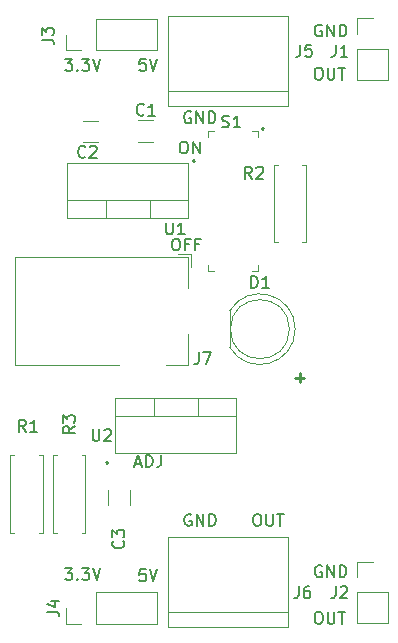
<source format=gto>
%TF.GenerationSoftware,KiCad,Pcbnew,8.0.4*%
%TF.CreationDate,2025-01-30T18:37:50+05:30*%
%TF.ProjectId,Bread_board_power_supply,42726561-645f-4626-9f61-72645f706f77,1*%
%TF.SameCoordinates,Original*%
%TF.FileFunction,Legend,Top*%
%TF.FilePolarity,Positive*%
%FSLAX46Y46*%
G04 Gerber Fmt 4.6, Leading zero omitted, Abs format (unit mm)*
G04 Created by KiCad (PCBNEW 8.0.4) date 2025-01-30 18:37:50*
%MOMM*%
%LPD*%
G01*
G04 APERTURE LIST*
%ADD10C,0.140000*%
%ADD11C,0.250000*%
%ADD12C,0.150000*%
%ADD13C,0.120000*%
%ADD14C,0.100000*%
G04 APERTURE END LIST*
D10*
X85504009Y-65745339D02*
X85694485Y-65745339D01*
X85694485Y-65745339D02*
X85789723Y-65792958D01*
X85789723Y-65792958D02*
X85884961Y-65888196D01*
X85884961Y-65888196D02*
X85932580Y-66078672D01*
X85932580Y-66078672D02*
X85932580Y-66412005D01*
X85932580Y-66412005D02*
X85884961Y-66602481D01*
X85884961Y-66602481D02*
X85789723Y-66697720D01*
X85789723Y-66697720D02*
X85694485Y-66745339D01*
X85694485Y-66745339D02*
X85504009Y-66745339D01*
X85504009Y-66745339D02*
X85408771Y-66697720D01*
X85408771Y-66697720D02*
X85313533Y-66602481D01*
X85313533Y-66602481D02*
X85265914Y-66412005D01*
X85265914Y-66412005D02*
X85265914Y-66078672D01*
X85265914Y-66078672D02*
X85313533Y-65888196D01*
X85313533Y-65888196D02*
X85408771Y-65792958D01*
X85408771Y-65792958D02*
X85504009Y-65745339D01*
X86694485Y-66221529D02*
X86361152Y-66221529D01*
X86361152Y-66745339D02*
X86361152Y-65745339D01*
X86361152Y-65745339D02*
X86837342Y-65745339D01*
X87551628Y-66221529D02*
X87218295Y-66221529D01*
X87218295Y-66745339D02*
X87218295Y-65745339D01*
X87218295Y-65745339D02*
X87694485Y-65745339D01*
X86170676Y-57520339D02*
X86361152Y-57520339D01*
X86361152Y-57520339D02*
X86456390Y-57567958D01*
X86456390Y-57567958D02*
X86551628Y-57663196D01*
X86551628Y-57663196D02*
X86599247Y-57853672D01*
X86599247Y-57853672D02*
X86599247Y-58187005D01*
X86599247Y-58187005D02*
X86551628Y-58377481D01*
X86551628Y-58377481D02*
X86456390Y-58472720D01*
X86456390Y-58472720D02*
X86361152Y-58520339D01*
X86361152Y-58520339D02*
X86170676Y-58520339D01*
X86170676Y-58520339D02*
X86075438Y-58472720D01*
X86075438Y-58472720D02*
X85980200Y-58377481D01*
X85980200Y-58377481D02*
X85932581Y-58187005D01*
X85932581Y-58187005D02*
X85932581Y-57853672D01*
X85932581Y-57853672D02*
X85980200Y-57663196D01*
X85980200Y-57663196D02*
X86075438Y-57567958D01*
X86075438Y-57567958D02*
X86170676Y-57520339D01*
X87027819Y-58520339D02*
X87027819Y-57520339D01*
X87027819Y-57520339D02*
X87599247Y-58520339D01*
X87599247Y-58520339D02*
X87599247Y-57520339D01*
D11*
X92926568Y-56367380D02*
X92974187Y-56415000D01*
X92974187Y-56415000D02*
X92926568Y-56462619D01*
X92926568Y-56462619D02*
X92878949Y-56415000D01*
X92878949Y-56415000D02*
X92926568Y-56367380D01*
X92926568Y-56367380D02*
X92926568Y-56462619D01*
D10*
X76209962Y-93645339D02*
X76829009Y-93645339D01*
X76829009Y-93645339D02*
X76495676Y-94026291D01*
X76495676Y-94026291D02*
X76638533Y-94026291D01*
X76638533Y-94026291D02*
X76733771Y-94073910D01*
X76733771Y-94073910D02*
X76781390Y-94121529D01*
X76781390Y-94121529D02*
X76829009Y-94216767D01*
X76829009Y-94216767D02*
X76829009Y-94454862D01*
X76829009Y-94454862D02*
X76781390Y-94550100D01*
X76781390Y-94550100D02*
X76733771Y-94597720D01*
X76733771Y-94597720D02*
X76638533Y-94645339D01*
X76638533Y-94645339D02*
X76352819Y-94645339D01*
X76352819Y-94645339D02*
X76257581Y-94597720D01*
X76257581Y-94597720D02*
X76209962Y-94550100D01*
X77257581Y-94550100D02*
X77305200Y-94597720D01*
X77305200Y-94597720D02*
X77257581Y-94645339D01*
X77257581Y-94645339D02*
X77209962Y-94597720D01*
X77209962Y-94597720D02*
X77257581Y-94550100D01*
X77257581Y-94550100D02*
X77257581Y-94645339D01*
X77638533Y-93645339D02*
X78257580Y-93645339D01*
X78257580Y-93645339D02*
X77924247Y-94026291D01*
X77924247Y-94026291D02*
X78067104Y-94026291D01*
X78067104Y-94026291D02*
X78162342Y-94073910D01*
X78162342Y-94073910D02*
X78209961Y-94121529D01*
X78209961Y-94121529D02*
X78257580Y-94216767D01*
X78257580Y-94216767D02*
X78257580Y-94454862D01*
X78257580Y-94454862D02*
X78209961Y-94550100D01*
X78209961Y-94550100D02*
X78162342Y-94597720D01*
X78162342Y-94597720D02*
X78067104Y-94645339D01*
X78067104Y-94645339D02*
X77781390Y-94645339D01*
X77781390Y-94645339D02*
X77686152Y-94597720D01*
X77686152Y-94597720D02*
X77638533Y-94550100D01*
X78543295Y-93645339D02*
X78876628Y-94645339D01*
X78876628Y-94645339D02*
X79209961Y-93645339D01*
X83031390Y-93745339D02*
X82555200Y-93745339D01*
X82555200Y-93745339D02*
X82507581Y-94221529D01*
X82507581Y-94221529D02*
X82555200Y-94173910D01*
X82555200Y-94173910D02*
X82650438Y-94126291D01*
X82650438Y-94126291D02*
X82888533Y-94126291D01*
X82888533Y-94126291D02*
X82983771Y-94173910D01*
X82983771Y-94173910D02*
X83031390Y-94221529D01*
X83031390Y-94221529D02*
X83079009Y-94316767D01*
X83079009Y-94316767D02*
X83079009Y-94554862D01*
X83079009Y-94554862D02*
X83031390Y-94650100D01*
X83031390Y-94650100D02*
X82983771Y-94697720D01*
X82983771Y-94697720D02*
X82888533Y-94745339D01*
X82888533Y-94745339D02*
X82650438Y-94745339D01*
X82650438Y-94745339D02*
X82555200Y-94697720D01*
X82555200Y-94697720D02*
X82507581Y-94650100D01*
X83364724Y-93745339D02*
X83698057Y-94745339D01*
X83698057Y-94745339D02*
X84031390Y-93745339D01*
X83031390Y-50520339D02*
X82555200Y-50520339D01*
X82555200Y-50520339D02*
X82507581Y-50996529D01*
X82507581Y-50996529D02*
X82555200Y-50948910D01*
X82555200Y-50948910D02*
X82650438Y-50901291D01*
X82650438Y-50901291D02*
X82888533Y-50901291D01*
X82888533Y-50901291D02*
X82983771Y-50948910D01*
X82983771Y-50948910D02*
X83031390Y-50996529D01*
X83031390Y-50996529D02*
X83079009Y-51091767D01*
X83079009Y-51091767D02*
X83079009Y-51329862D01*
X83079009Y-51329862D02*
X83031390Y-51425100D01*
X83031390Y-51425100D02*
X82983771Y-51472720D01*
X82983771Y-51472720D02*
X82888533Y-51520339D01*
X82888533Y-51520339D02*
X82650438Y-51520339D01*
X82650438Y-51520339D02*
X82555200Y-51472720D01*
X82555200Y-51472720D02*
X82507581Y-51425100D01*
X83364724Y-50520339D02*
X83698057Y-51520339D01*
X83698057Y-51520339D02*
X84031390Y-50520339D01*
X76209962Y-50520339D02*
X76829009Y-50520339D01*
X76829009Y-50520339D02*
X76495676Y-50901291D01*
X76495676Y-50901291D02*
X76638533Y-50901291D01*
X76638533Y-50901291D02*
X76733771Y-50948910D01*
X76733771Y-50948910D02*
X76781390Y-50996529D01*
X76781390Y-50996529D02*
X76829009Y-51091767D01*
X76829009Y-51091767D02*
X76829009Y-51329862D01*
X76829009Y-51329862D02*
X76781390Y-51425100D01*
X76781390Y-51425100D02*
X76733771Y-51472720D01*
X76733771Y-51472720D02*
X76638533Y-51520339D01*
X76638533Y-51520339D02*
X76352819Y-51520339D01*
X76352819Y-51520339D02*
X76257581Y-51472720D01*
X76257581Y-51472720D02*
X76209962Y-51425100D01*
X77257581Y-51425100D02*
X77305200Y-51472720D01*
X77305200Y-51472720D02*
X77257581Y-51520339D01*
X77257581Y-51520339D02*
X77209962Y-51472720D01*
X77209962Y-51472720D02*
X77257581Y-51425100D01*
X77257581Y-51425100D02*
X77257581Y-51520339D01*
X77638533Y-50520339D02*
X78257580Y-50520339D01*
X78257580Y-50520339D02*
X77924247Y-50901291D01*
X77924247Y-50901291D02*
X78067104Y-50901291D01*
X78067104Y-50901291D02*
X78162342Y-50948910D01*
X78162342Y-50948910D02*
X78209961Y-50996529D01*
X78209961Y-50996529D02*
X78257580Y-51091767D01*
X78257580Y-51091767D02*
X78257580Y-51329862D01*
X78257580Y-51329862D02*
X78209961Y-51425100D01*
X78209961Y-51425100D02*
X78162342Y-51472720D01*
X78162342Y-51472720D02*
X78067104Y-51520339D01*
X78067104Y-51520339D02*
X77781390Y-51520339D01*
X77781390Y-51520339D02*
X77686152Y-51472720D01*
X77686152Y-51472720D02*
X77638533Y-51425100D01*
X78543295Y-50520339D02*
X78876628Y-51520339D01*
X78876628Y-51520339D02*
X79209961Y-50520339D01*
D11*
X95702568Y-77533666D02*
X96464473Y-77533666D01*
X96083520Y-77914619D02*
X96083520Y-77152714D01*
X87056568Y-59104380D02*
X87104187Y-59152000D01*
X87104187Y-59152000D02*
X87056568Y-59199619D01*
X87056568Y-59199619D02*
X87008949Y-59152000D01*
X87008949Y-59152000D02*
X87056568Y-59104380D01*
X87056568Y-59104380D02*
X87056568Y-59199619D01*
X79727568Y-84644380D02*
X79775187Y-84692000D01*
X79775187Y-84692000D02*
X79727568Y-84739619D01*
X79727568Y-84739619D02*
X79679949Y-84692000D01*
X79679949Y-84692000D02*
X79727568Y-84644380D01*
X79727568Y-84644380D02*
X79727568Y-84739619D01*
D10*
X92395676Y-89070339D02*
X92586152Y-89070339D01*
X92586152Y-89070339D02*
X92681390Y-89117958D01*
X92681390Y-89117958D02*
X92776628Y-89213196D01*
X92776628Y-89213196D02*
X92824247Y-89403672D01*
X92824247Y-89403672D02*
X92824247Y-89737005D01*
X92824247Y-89737005D02*
X92776628Y-89927481D01*
X92776628Y-89927481D02*
X92681390Y-90022720D01*
X92681390Y-90022720D02*
X92586152Y-90070339D01*
X92586152Y-90070339D02*
X92395676Y-90070339D01*
X92395676Y-90070339D02*
X92300438Y-90022720D01*
X92300438Y-90022720D02*
X92205200Y-89927481D01*
X92205200Y-89927481D02*
X92157581Y-89737005D01*
X92157581Y-89737005D02*
X92157581Y-89403672D01*
X92157581Y-89403672D02*
X92205200Y-89213196D01*
X92205200Y-89213196D02*
X92300438Y-89117958D01*
X92300438Y-89117958D02*
X92395676Y-89070339D01*
X93252819Y-89070339D02*
X93252819Y-89879862D01*
X93252819Y-89879862D02*
X93300438Y-89975100D01*
X93300438Y-89975100D02*
X93348057Y-90022720D01*
X93348057Y-90022720D02*
X93443295Y-90070339D01*
X93443295Y-90070339D02*
X93633771Y-90070339D01*
X93633771Y-90070339D02*
X93729009Y-90022720D01*
X93729009Y-90022720D02*
X93776628Y-89975100D01*
X93776628Y-89975100D02*
X93824247Y-89879862D01*
X93824247Y-89879862D02*
X93824247Y-89070339D01*
X94157581Y-89070339D02*
X94729009Y-89070339D01*
X94443295Y-90070339D02*
X94443295Y-89070339D01*
X97595676Y-97345339D02*
X97786152Y-97345339D01*
X97786152Y-97345339D02*
X97881390Y-97392958D01*
X97881390Y-97392958D02*
X97976628Y-97488196D01*
X97976628Y-97488196D02*
X98024247Y-97678672D01*
X98024247Y-97678672D02*
X98024247Y-98012005D01*
X98024247Y-98012005D02*
X97976628Y-98202481D01*
X97976628Y-98202481D02*
X97881390Y-98297720D01*
X97881390Y-98297720D02*
X97786152Y-98345339D01*
X97786152Y-98345339D02*
X97595676Y-98345339D01*
X97595676Y-98345339D02*
X97500438Y-98297720D01*
X97500438Y-98297720D02*
X97405200Y-98202481D01*
X97405200Y-98202481D02*
X97357581Y-98012005D01*
X97357581Y-98012005D02*
X97357581Y-97678672D01*
X97357581Y-97678672D02*
X97405200Y-97488196D01*
X97405200Y-97488196D02*
X97500438Y-97392958D01*
X97500438Y-97392958D02*
X97595676Y-97345339D01*
X98452819Y-97345339D02*
X98452819Y-98154862D01*
X98452819Y-98154862D02*
X98500438Y-98250100D01*
X98500438Y-98250100D02*
X98548057Y-98297720D01*
X98548057Y-98297720D02*
X98643295Y-98345339D01*
X98643295Y-98345339D02*
X98833771Y-98345339D01*
X98833771Y-98345339D02*
X98929009Y-98297720D01*
X98929009Y-98297720D02*
X98976628Y-98250100D01*
X98976628Y-98250100D02*
X99024247Y-98154862D01*
X99024247Y-98154862D02*
X99024247Y-97345339D01*
X99357581Y-97345339D02*
X99929009Y-97345339D01*
X99643295Y-98345339D02*
X99643295Y-97345339D01*
X97595676Y-51270339D02*
X97786152Y-51270339D01*
X97786152Y-51270339D02*
X97881390Y-51317958D01*
X97881390Y-51317958D02*
X97976628Y-51413196D01*
X97976628Y-51413196D02*
X98024247Y-51603672D01*
X98024247Y-51603672D02*
X98024247Y-51937005D01*
X98024247Y-51937005D02*
X97976628Y-52127481D01*
X97976628Y-52127481D02*
X97881390Y-52222720D01*
X97881390Y-52222720D02*
X97786152Y-52270339D01*
X97786152Y-52270339D02*
X97595676Y-52270339D01*
X97595676Y-52270339D02*
X97500438Y-52222720D01*
X97500438Y-52222720D02*
X97405200Y-52127481D01*
X97405200Y-52127481D02*
X97357581Y-51937005D01*
X97357581Y-51937005D02*
X97357581Y-51603672D01*
X97357581Y-51603672D02*
X97405200Y-51413196D01*
X97405200Y-51413196D02*
X97500438Y-51317958D01*
X97500438Y-51317958D02*
X97595676Y-51270339D01*
X98452819Y-51270339D02*
X98452819Y-52079862D01*
X98452819Y-52079862D02*
X98500438Y-52175100D01*
X98500438Y-52175100D02*
X98548057Y-52222720D01*
X98548057Y-52222720D02*
X98643295Y-52270339D01*
X98643295Y-52270339D02*
X98833771Y-52270339D01*
X98833771Y-52270339D02*
X98929009Y-52222720D01*
X98929009Y-52222720D02*
X98976628Y-52175100D01*
X98976628Y-52175100D02*
X99024247Y-52079862D01*
X99024247Y-52079862D02*
X99024247Y-51270339D01*
X99357581Y-51270339D02*
X99929009Y-51270339D01*
X99643295Y-52270339D02*
X99643295Y-51270339D01*
X82157581Y-84784624D02*
X82633771Y-84784624D01*
X82062343Y-85070339D02*
X82395676Y-84070339D01*
X82395676Y-84070339D02*
X82729009Y-85070339D01*
X83062343Y-85070339D02*
X83062343Y-84070339D01*
X83062343Y-84070339D02*
X83300438Y-84070339D01*
X83300438Y-84070339D02*
X83443295Y-84117958D01*
X83443295Y-84117958D02*
X83538533Y-84213196D01*
X83538533Y-84213196D02*
X83586152Y-84308434D01*
X83586152Y-84308434D02*
X83633771Y-84498910D01*
X83633771Y-84498910D02*
X83633771Y-84641767D01*
X83633771Y-84641767D02*
X83586152Y-84832243D01*
X83586152Y-84832243D02*
X83538533Y-84927481D01*
X83538533Y-84927481D02*
X83443295Y-85022720D01*
X83443295Y-85022720D02*
X83300438Y-85070339D01*
X83300438Y-85070339D02*
X83062343Y-85070339D01*
X84348057Y-84070339D02*
X84348057Y-84784624D01*
X84348057Y-84784624D02*
X84300438Y-84927481D01*
X84300438Y-84927481D02*
X84205200Y-85022720D01*
X84205200Y-85022720D02*
X84062343Y-85070339D01*
X84062343Y-85070339D02*
X83967105Y-85070339D01*
X86854009Y-55017958D02*
X86758771Y-54970339D01*
X86758771Y-54970339D02*
X86615914Y-54970339D01*
X86615914Y-54970339D02*
X86473057Y-55017958D01*
X86473057Y-55017958D02*
X86377819Y-55113196D01*
X86377819Y-55113196D02*
X86330200Y-55208434D01*
X86330200Y-55208434D02*
X86282581Y-55398910D01*
X86282581Y-55398910D02*
X86282581Y-55541767D01*
X86282581Y-55541767D02*
X86330200Y-55732243D01*
X86330200Y-55732243D02*
X86377819Y-55827481D01*
X86377819Y-55827481D02*
X86473057Y-55922720D01*
X86473057Y-55922720D02*
X86615914Y-55970339D01*
X86615914Y-55970339D02*
X86711152Y-55970339D01*
X86711152Y-55970339D02*
X86854009Y-55922720D01*
X86854009Y-55922720D02*
X86901628Y-55875100D01*
X86901628Y-55875100D02*
X86901628Y-55541767D01*
X86901628Y-55541767D02*
X86711152Y-55541767D01*
X87330200Y-55970339D02*
X87330200Y-54970339D01*
X87330200Y-54970339D02*
X87901628Y-55970339D01*
X87901628Y-55970339D02*
X87901628Y-54970339D01*
X88377819Y-55970339D02*
X88377819Y-54970339D01*
X88377819Y-54970339D02*
X88615914Y-54970339D01*
X88615914Y-54970339D02*
X88758771Y-55017958D01*
X88758771Y-55017958D02*
X88854009Y-55113196D01*
X88854009Y-55113196D02*
X88901628Y-55208434D01*
X88901628Y-55208434D02*
X88949247Y-55398910D01*
X88949247Y-55398910D02*
X88949247Y-55541767D01*
X88949247Y-55541767D02*
X88901628Y-55732243D01*
X88901628Y-55732243D02*
X88854009Y-55827481D01*
X88854009Y-55827481D02*
X88758771Y-55922720D01*
X88758771Y-55922720D02*
X88615914Y-55970339D01*
X88615914Y-55970339D02*
X88377819Y-55970339D01*
X86879009Y-89117958D02*
X86783771Y-89070339D01*
X86783771Y-89070339D02*
X86640914Y-89070339D01*
X86640914Y-89070339D02*
X86498057Y-89117958D01*
X86498057Y-89117958D02*
X86402819Y-89213196D01*
X86402819Y-89213196D02*
X86355200Y-89308434D01*
X86355200Y-89308434D02*
X86307581Y-89498910D01*
X86307581Y-89498910D02*
X86307581Y-89641767D01*
X86307581Y-89641767D02*
X86355200Y-89832243D01*
X86355200Y-89832243D02*
X86402819Y-89927481D01*
X86402819Y-89927481D02*
X86498057Y-90022720D01*
X86498057Y-90022720D02*
X86640914Y-90070339D01*
X86640914Y-90070339D02*
X86736152Y-90070339D01*
X86736152Y-90070339D02*
X86879009Y-90022720D01*
X86879009Y-90022720D02*
X86926628Y-89975100D01*
X86926628Y-89975100D02*
X86926628Y-89641767D01*
X86926628Y-89641767D02*
X86736152Y-89641767D01*
X87355200Y-90070339D02*
X87355200Y-89070339D01*
X87355200Y-89070339D02*
X87926628Y-90070339D01*
X87926628Y-90070339D02*
X87926628Y-89070339D01*
X88402819Y-90070339D02*
X88402819Y-89070339D01*
X88402819Y-89070339D02*
X88640914Y-89070339D01*
X88640914Y-89070339D02*
X88783771Y-89117958D01*
X88783771Y-89117958D02*
X88879009Y-89213196D01*
X88879009Y-89213196D02*
X88926628Y-89308434D01*
X88926628Y-89308434D02*
X88974247Y-89498910D01*
X88974247Y-89498910D02*
X88974247Y-89641767D01*
X88974247Y-89641767D02*
X88926628Y-89832243D01*
X88926628Y-89832243D02*
X88879009Y-89927481D01*
X88879009Y-89927481D02*
X88783771Y-90022720D01*
X88783771Y-90022720D02*
X88640914Y-90070339D01*
X88640914Y-90070339D02*
X88402819Y-90070339D01*
X97929009Y-93442958D02*
X97833771Y-93395339D01*
X97833771Y-93395339D02*
X97690914Y-93395339D01*
X97690914Y-93395339D02*
X97548057Y-93442958D01*
X97548057Y-93442958D02*
X97452819Y-93538196D01*
X97452819Y-93538196D02*
X97405200Y-93633434D01*
X97405200Y-93633434D02*
X97357581Y-93823910D01*
X97357581Y-93823910D02*
X97357581Y-93966767D01*
X97357581Y-93966767D02*
X97405200Y-94157243D01*
X97405200Y-94157243D02*
X97452819Y-94252481D01*
X97452819Y-94252481D02*
X97548057Y-94347720D01*
X97548057Y-94347720D02*
X97690914Y-94395339D01*
X97690914Y-94395339D02*
X97786152Y-94395339D01*
X97786152Y-94395339D02*
X97929009Y-94347720D01*
X97929009Y-94347720D02*
X97976628Y-94300100D01*
X97976628Y-94300100D02*
X97976628Y-93966767D01*
X97976628Y-93966767D02*
X97786152Y-93966767D01*
X98405200Y-94395339D02*
X98405200Y-93395339D01*
X98405200Y-93395339D02*
X98976628Y-94395339D01*
X98976628Y-94395339D02*
X98976628Y-93395339D01*
X99452819Y-94395339D02*
X99452819Y-93395339D01*
X99452819Y-93395339D02*
X99690914Y-93395339D01*
X99690914Y-93395339D02*
X99833771Y-93442958D01*
X99833771Y-93442958D02*
X99929009Y-93538196D01*
X99929009Y-93538196D02*
X99976628Y-93633434D01*
X99976628Y-93633434D02*
X100024247Y-93823910D01*
X100024247Y-93823910D02*
X100024247Y-93966767D01*
X100024247Y-93966767D02*
X99976628Y-94157243D01*
X99976628Y-94157243D02*
X99929009Y-94252481D01*
X99929009Y-94252481D02*
X99833771Y-94347720D01*
X99833771Y-94347720D02*
X99690914Y-94395339D01*
X99690914Y-94395339D02*
X99452819Y-94395339D01*
X97929009Y-47667958D02*
X97833771Y-47620339D01*
X97833771Y-47620339D02*
X97690914Y-47620339D01*
X97690914Y-47620339D02*
X97548057Y-47667958D01*
X97548057Y-47667958D02*
X97452819Y-47763196D01*
X97452819Y-47763196D02*
X97405200Y-47858434D01*
X97405200Y-47858434D02*
X97357581Y-48048910D01*
X97357581Y-48048910D02*
X97357581Y-48191767D01*
X97357581Y-48191767D02*
X97405200Y-48382243D01*
X97405200Y-48382243D02*
X97452819Y-48477481D01*
X97452819Y-48477481D02*
X97548057Y-48572720D01*
X97548057Y-48572720D02*
X97690914Y-48620339D01*
X97690914Y-48620339D02*
X97786152Y-48620339D01*
X97786152Y-48620339D02*
X97929009Y-48572720D01*
X97929009Y-48572720D02*
X97976628Y-48525100D01*
X97976628Y-48525100D02*
X97976628Y-48191767D01*
X97976628Y-48191767D02*
X97786152Y-48191767D01*
X98405200Y-48620339D02*
X98405200Y-47620339D01*
X98405200Y-47620339D02*
X98976628Y-48620339D01*
X98976628Y-48620339D02*
X98976628Y-47620339D01*
X99452819Y-48620339D02*
X99452819Y-47620339D01*
X99452819Y-47620339D02*
X99690914Y-47620339D01*
X99690914Y-47620339D02*
X99833771Y-47667958D01*
X99833771Y-47667958D02*
X99929009Y-47763196D01*
X99929009Y-47763196D02*
X99976628Y-47858434D01*
X99976628Y-47858434D02*
X100024247Y-48048910D01*
X100024247Y-48048910D02*
X100024247Y-48191767D01*
X100024247Y-48191767D02*
X99976628Y-48382243D01*
X99976628Y-48382243D02*
X99929009Y-48477481D01*
X99929009Y-48477481D02*
X99833771Y-48572720D01*
X99833771Y-48572720D02*
X99690914Y-48620339D01*
X99690914Y-48620339D02*
X99452819Y-48620339D01*
D12*
X82891333Y-55223580D02*
X82843714Y-55271200D01*
X82843714Y-55271200D02*
X82700857Y-55318819D01*
X82700857Y-55318819D02*
X82605619Y-55318819D01*
X82605619Y-55318819D02*
X82462762Y-55271200D01*
X82462762Y-55271200D02*
X82367524Y-55175961D01*
X82367524Y-55175961D02*
X82319905Y-55080723D01*
X82319905Y-55080723D02*
X82272286Y-54890247D01*
X82272286Y-54890247D02*
X82272286Y-54747390D01*
X82272286Y-54747390D02*
X82319905Y-54556914D01*
X82319905Y-54556914D02*
X82367524Y-54461676D01*
X82367524Y-54461676D02*
X82462762Y-54366438D01*
X82462762Y-54366438D02*
X82605619Y-54318819D01*
X82605619Y-54318819D02*
X82700857Y-54318819D01*
X82700857Y-54318819D02*
X82843714Y-54366438D01*
X82843714Y-54366438D02*
X82891333Y-54414057D01*
X83843714Y-55318819D02*
X83272286Y-55318819D01*
X83558000Y-55318819D02*
X83558000Y-54318819D01*
X83558000Y-54318819D02*
X83462762Y-54461676D01*
X83462762Y-54461676D02*
X83367524Y-54556914D01*
X83367524Y-54556914D02*
X83272286Y-54604533D01*
X72903333Y-82084819D02*
X72570000Y-81608628D01*
X72331905Y-82084819D02*
X72331905Y-81084819D01*
X72331905Y-81084819D02*
X72712857Y-81084819D01*
X72712857Y-81084819D02*
X72808095Y-81132438D01*
X72808095Y-81132438D02*
X72855714Y-81180057D01*
X72855714Y-81180057D02*
X72903333Y-81275295D01*
X72903333Y-81275295D02*
X72903333Y-81418152D01*
X72903333Y-81418152D02*
X72855714Y-81513390D01*
X72855714Y-81513390D02*
X72808095Y-81561009D01*
X72808095Y-81561009D02*
X72712857Y-81608628D01*
X72712857Y-81608628D02*
X72331905Y-81608628D01*
X73855714Y-82084819D02*
X73284286Y-82084819D01*
X73570000Y-82084819D02*
X73570000Y-81084819D01*
X73570000Y-81084819D02*
X73474762Y-81227676D01*
X73474762Y-81227676D02*
X73379524Y-81322914D01*
X73379524Y-81322914D02*
X73284286Y-81370533D01*
X92035333Y-60652819D02*
X91702000Y-60176628D01*
X91463905Y-60652819D02*
X91463905Y-59652819D01*
X91463905Y-59652819D02*
X91844857Y-59652819D01*
X91844857Y-59652819D02*
X91940095Y-59700438D01*
X91940095Y-59700438D02*
X91987714Y-59748057D01*
X91987714Y-59748057D02*
X92035333Y-59843295D01*
X92035333Y-59843295D02*
X92035333Y-59986152D01*
X92035333Y-59986152D02*
X91987714Y-60081390D01*
X91987714Y-60081390D02*
X91940095Y-60129009D01*
X91940095Y-60129009D02*
X91844857Y-60176628D01*
X91844857Y-60176628D02*
X91463905Y-60176628D01*
X92416286Y-59748057D02*
X92463905Y-59700438D01*
X92463905Y-59700438D02*
X92559143Y-59652819D01*
X92559143Y-59652819D02*
X92797238Y-59652819D01*
X92797238Y-59652819D02*
X92892476Y-59700438D01*
X92892476Y-59700438D02*
X92940095Y-59748057D01*
X92940095Y-59748057D02*
X92987714Y-59843295D01*
X92987714Y-59843295D02*
X92987714Y-59938533D01*
X92987714Y-59938533D02*
X92940095Y-60081390D01*
X92940095Y-60081390D02*
X92368667Y-60652819D01*
X92368667Y-60652819D02*
X92987714Y-60652819D01*
X84763095Y-64379819D02*
X84763095Y-65189342D01*
X84763095Y-65189342D02*
X84810714Y-65284580D01*
X84810714Y-65284580D02*
X84858333Y-65332200D01*
X84858333Y-65332200D02*
X84953571Y-65379819D01*
X84953571Y-65379819D02*
X85144047Y-65379819D01*
X85144047Y-65379819D02*
X85239285Y-65332200D01*
X85239285Y-65332200D02*
X85286904Y-65284580D01*
X85286904Y-65284580D02*
X85334523Y-65189342D01*
X85334523Y-65189342D02*
X85334523Y-64379819D01*
X86334523Y-65379819D02*
X85763095Y-65379819D01*
X86048809Y-65379819D02*
X86048809Y-64379819D01*
X86048809Y-64379819D02*
X85953571Y-64522676D01*
X85953571Y-64522676D02*
X85858333Y-64617914D01*
X85858333Y-64617914D02*
X85763095Y-64665533D01*
X77939333Y-58797580D02*
X77891714Y-58845200D01*
X77891714Y-58845200D02*
X77748857Y-58892819D01*
X77748857Y-58892819D02*
X77653619Y-58892819D01*
X77653619Y-58892819D02*
X77510762Y-58845200D01*
X77510762Y-58845200D02*
X77415524Y-58749961D01*
X77415524Y-58749961D02*
X77367905Y-58654723D01*
X77367905Y-58654723D02*
X77320286Y-58464247D01*
X77320286Y-58464247D02*
X77320286Y-58321390D01*
X77320286Y-58321390D02*
X77367905Y-58130914D01*
X77367905Y-58130914D02*
X77415524Y-58035676D01*
X77415524Y-58035676D02*
X77510762Y-57940438D01*
X77510762Y-57940438D02*
X77653619Y-57892819D01*
X77653619Y-57892819D02*
X77748857Y-57892819D01*
X77748857Y-57892819D02*
X77891714Y-57940438D01*
X77891714Y-57940438D02*
X77939333Y-57988057D01*
X78320286Y-57988057D02*
X78367905Y-57940438D01*
X78367905Y-57940438D02*
X78463143Y-57892819D01*
X78463143Y-57892819D02*
X78701238Y-57892819D01*
X78701238Y-57892819D02*
X78796476Y-57940438D01*
X78796476Y-57940438D02*
X78844095Y-57988057D01*
X78844095Y-57988057D02*
X78891714Y-58083295D01*
X78891714Y-58083295D02*
X78891714Y-58178533D01*
X78891714Y-58178533D02*
X78844095Y-58321390D01*
X78844095Y-58321390D02*
X78272667Y-58892819D01*
X78272667Y-58892819D02*
X78891714Y-58892819D01*
X77034819Y-81646666D02*
X76558628Y-81979999D01*
X77034819Y-82218094D02*
X76034819Y-82218094D01*
X76034819Y-82218094D02*
X76034819Y-81837142D01*
X76034819Y-81837142D02*
X76082438Y-81741904D01*
X76082438Y-81741904D02*
X76130057Y-81694285D01*
X76130057Y-81694285D02*
X76225295Y-81646666D01*
X76225295Y-81646666D02*
X76368152Y-81646666D01*
X76368152Y-81646666D02*
X76463390Y-81694285D01*
X76463390Y-81694285D02*
X76511009Y-81741904D01*
X76511009Y-81741904D02*
X76558628Y-81837142D01*
X76558628Y-81837142D02*
X76558628Y-82218094D01*
X76034819Y-81313332D02*
X76034819Y-80694285D01*
X76034819Y-80694285D02*
X76415771Y-81027618D01*
X76415771Y-81027618D02*
X76415771Y-80884761D01*
X76415771Y-80884761D02*
X76463390Y-80789523D01*
X76463390Y-80789523D02*
X76511009Y-80741904D01*
X76511009Y-80741904D02*
X76606247Y-80694285D01*
X76606247Y-80694285D02*
X76844342Y-80694285D01*
X76844342Y-80694285D02*
X76939580Y-80741904D01*
X76939580Y-80741904D02*
X76987200Y-80789523D01*
X76987200Y-80789523D02*
X77034819Y-80884761D01*
X77034819Y-80884761D02*
X77034819Y-81170475D01*
X77034819Y-81170475D02*
X76987200Y-81265713D01*
X76987200Y-81265713D02*
X76939580Y-81313332D01*
X91971905Y-69900819D02*
X91971905Y-68900819D01*
X91971905Y-68900819D02*
X92210000Y-68900819D01*
X92210000Y-68900819D02*
X92352857Y-68948438D01*
X92352857Y-68948438D02*
X92448095Y-69043676D01*
X92448095Y-69043676D02*
X92495714Y-69138914D01*
X92495714Y-69138914D02*
X92543333Y-69329390D01*
X92543333Y-69329390D02*
X92543333Y-69472247D01*
X92543333Y-69472247D02*
X92495714Y-69662723D01*
X92495714Y-69662723D02*
X92448095Y-69757961D01*
X92448095Y-69757961D02*
X92352857Y-69853200D01*
X92352857Y-69853200D02*
X92210000Y-69900819D01*
X92210000Y-69900819D02*
X91971905Y-69900819D01*
X93495714Y-69900819D02*
X92924286Y-69900819D01*
X93210000Y-69900819D02*
X93210000Y-68900819D01*
X93210000Y-68900819D02*
X93114762Y-69043676D01*
X93114762Y-69043676D02*
X93019524Y-69138914D01*
X93019524Y-69138914D02*
X92924286Y-69186533D01*
X87541666Y-75379819D02*
X87541666Y-76094104D01*
X87541666Y-76094104D02*
X87494047Y-76236961D01*
X87494047Y-76236961D02*
X87398809Y-76332200D01*
X87398809Y-76332200D02*
X87255952Y-76379819D01*
X87255952Y-76379819D02*
X87160714Y-76379819D01*
X87922619Y-75379819D02*
X88589285Y-75379819D01*
X88589285Y-75379819D02*
X88160714Y-76379819D01*
X99124999Y-95179819D02*
X99124999Y-95894104D01*
X99124999Y-95894104D02*
X99077380Y-96036961D01*
X99077380Y-96036961D02*
X98982142Y-96132200D01*
X98982142Y-96132200D02*
X98839285Y-96179819D01*
X98839285Y-96179819D02*
X98744047Y-96179819D01*
X99553571Y-95275057D02*
X99601190Y-95227438D01*
X99601190Y-95227438D02*
X99696428Y-95179819D01*
X99696428Y-95179819D02*
X99934523Y-95179819D01*
X99934523Y-95179819D02*
X100029761Y-95227438D01*
X100029761Y-95227438D02*
X100077380Y-95275057D01*
X100077380Y-95275057D02*
X100124999Y-95370295D01*
X100124999Y-95370295D02*
X100124999Y-95465533D01*
X100124999Y-95465533D02*
X100077380Y-95608390D01*
X100077380Y-95608390D02*
X99505952Y-96179819D01*
X99505952Y-96179819D02*
X100124999Y-96179819D01*
X95991666Y-95179819D02*
X95991666Y-95894104D01*
X95991666Y-95894104D02*
X95944047Y-96036961D01*
X95944047Y-96036961D02*
X95848809Y-96132200D01*
X95848809Y-96132200D02*
X95705952Y-96179819D01*
X95705952Y-96179819D02*
X95610714Y-96179819D01*
X96896428Y-95179819D02*
X96705952Y-95179819D01*
X96705952Y-95179819D02*
X96610714Y-95227438D01*
X96610714Y-95227438D02*
X96563095Y-95275057D01*
X96563095Y-95275057D02*
X96467857Y-95417914D01*
X96467857Y-95417914D02*
X96420238Y-95608390D01*
X96420238Y-95608390D02*
X96420238Y-95989342D01*
X96420238Y-95989342D02*
X96467857Y-96084580D01*
X96467857Y-96084580D02*
X96515476Y-96132200D01*
X96515476Y-96132200D02*
X96610714Y-96179819D01*
X96610714Y-96179819D02*
X96801190Y-96179819D01*
X96801190Y-96179819D02*
X96896428Y-96132200D01*
X96896428Y-96132200D02*
X96944047Y-96084580D01*
X96944047Y-96084580D02*
X96991666Y-95989342D01*
X96991666Y-95989342D02*
X96991666Y-95751247D01*
X96991666Y-95751247D02*
X96944047Y-95656009D01*
X96944047Y-95656009D02*
X96896428Y-95608390D01*
X96896428Y-95608390D02*
X96801190Y-95560771D01*
X96801190Y-95560771D02*
X96610714Y-95560771D01*
X96610714Y-95560771D02*
X96515476Y-95608390D01*
X96515476Y-95608390D02*
X96467857Y-95656009D01*
X96467857Y-95656009D02*
X96420238Y-95751247D01*
X81129580Y-91352666D02*
X81177200Y-91400285D01*
X81177200Y-91400285D02*
X81224819Y-91543142D01*
X81224819Y-91543142D02*
X81224819Y-91638380D01*
X81224819Y-91638380D02*
X81177200Y-91781237D01*
X81177200Y-91781237D02*
X81081961Y-91876475D01*
X81081961Y-91876475D02*
X80986723Y-91924094D01*
X80986723Y-91924094D02*
X80796247Y-91971713D01*
X80796247Y-91971713D02*
X80653390Y-91971713D01*
X80653390Y-91971713D02*
X80462914Y-91924094D01*
X80462914Y-91924094D02*
X80367676Y-91876475D01*
X80367676Y-91876475D02*
X80272438Y-91781237D01*
X80272438Y-91781237D02*
X80224819Y-91638380D01*
X80224819Y-91638380D02*
X80224819Y-91543142D01*
X80224819Y-91543142D02*
X80272438Y-91400285D01*
X80272438Y-91400285D02*
X80320057Y-91352666D01*
X80224819Y-91019332D02*
X80224819Y-90400285D01*
X80224819Y-90400285D02*
X80605771Y-90733618D01*
X80605771Y-90733618D02*
X80605771Y-90590761D01*
X80605771Y-90590761D02*
X80653390Y-90495523D01*
X80653390Y-90495523D02*
X80701009Y-90447904D01*
X80701009Y-90447904D02*
X80796247Y-90400285D01*
X80796247Y-90400285D02*
X81034342Y-90400285D01*
X81034342Y-90400285D02*
X81129580Y-90447904D01*
X81129580Y-90447904D02*
X81177200Y-90495523D01*
X81177200Y-90495523D02*
X81224819Y-90590761D01*
X81224819Y-90590761D02*
X81224819Y-90876475D01*
X81224819Y-90876475D02*
X81177200Y-90971713D01*
X81177200Y-90971713D02*
X81129580Y-91019332D01*
X96126666Y-49334819D02*
X96126666Y-50049104D01*
X96126666Y-50049104D02*
X96079047Y-50191961D01*
X96079047Y-50191961D02*
X95983809Y-50287200D01*
X95983809Y-50287200D02*
X95840952Y-50334819D01*
X95840952Y-50334819D02*
X95745714Y-50334819D01*
X97079047Y-49334819D02*
X96602857Y-49334819D01*
X96602857Y-49334819D02*
X96555238Y-49811009D01*
X96555238Y-49811009D02*
X96602857Y-49763390D01*
X96602857Y-49763390D02*
X96698095Y-49715771D01*
X96698095Y-49715771D02*
X96936190Y-49715771D01*
X96936190Y-49715771D02*
X97031428Y-49763390D01*
X97031428Y-49763390D02*
X97079047Y-49811009D01*
X97079047Y-49811009D02*
X97126666Y-49906247D01*
X97126666Y-49906247D02*
X97126666Y-50144342D01*
X97126666Y-50144342D02*
X97079047Y-50239580D01*
X97079047Y-50239580D02*
X97031428Y-50287200D01*
X97031428Y-50287200D02*
X96936190Y-50334819D01*
X96936190Y-50334819D02*
X96698095Y-50334819D01*
X96698095Y-50334819D02*
X96602857Y-50287200D01*
X96602857Y-50287200D02*
X96555238Y-50239580D01*
X89528095Y-56277200D02*
X89670952Y-56324819D01*
X89670952Y-56324819D02*
X89909047Y-56324819D01*
X89909047Y-56324819D02*
X90004285Y-56277200D01*
X90004285Y-56277200D02*
X90051904Y-56229580D01*
X90051904Y-56229580D02*
X90099523Y-56134342D01*
X90099523Y-56134342D02*
X90099523Y-56039104D01*
X90099523Y-56039104D02*
X90051904Y-55943866D01*
X90051904Y-55943866D02*
X90004285Y-55896247D01*
X90004285Y-55896247D02*
X89909047Y-55848628D01*
X89909047Y-55848628D02*
X89718571Y-55801009D01*
X89718571Y-55801009D02*
X89623333Y-55753390D01*
X89623333Y-55753390D02*
X89575714Y-55705771D01*
X89575714Y-55705771D02*
X89528095Y-55610533D01*
X89528095Y-55610533D02*
X89528095Y-55515295D01*
X89528095Y-55515295D02*
X89575714Y-55420057D01*
X89575714Y-55420057D02*
X89623333Y-55372438D01*
X89623333Y-55372438D02*
X89718571Y-55324819D01*
X89718571Y-55324819D02*
X89956666Y-55324819D01*
X89956666Y-55324819D02*
X90099523Y-55372438D01*
X91051904Y-56324819D02*
X90480476Y-56324819D01*
X90766190Y-56324819D02*
X90766190Y-55324819D01*
X90766190Y-55324819D02*
X90670952Y-55467676D01*
X90670952Y-55467676D02*
X90575714Y-55562914D01*
X90575714Y-55562914D02*
X90480476Y-55610533D01*
X74244819Y-48887333D02*
X74959104Y-48887333D01*
X74959104Y-48887333D02*
X75101961Y-48934952D01*
X75101961Y-48934952D02*
X75197200Y-49030190D01*
X75197200Y-49030190D02*
X75244819Y-49173047D01*
X75244819Y-49173047D02*
X75244819Y-49268285D01*
X74244819Y-48506380D02*
X74244819Y-47887333D01*
X74244819Y-47887333D02*
X74625771Y-48220666D01*
X74625771Y-48220666D02*
X74625771Y-48077809D01*
X74625771Y-48077809D02*
X74673390Y-47982571D01*
X74673390Y-47982571D02*
X74721009Y-47934952D01*
X74721009Y-47934952D02*
X74816247Y-47887333D01*
X74816247Y-47887333D02*
X75054342Y-47887333D01*
X75054342Y-47887333D02*
X75149580Y-47934952D01*
X75149580Y-47934952D02*
X75197200Y-47982571D01*
X75197200Y-47982571D02*
X75244819Y-48077809D01*
X75244819Y-48077809D02*
X75244819Y-48363523D01*
X75244819Y-48363523D02*
X75197200Y-48458761D01*
X75197200Y-48458761D02*
X75149580Y-48506380D01*
X99124999Y-49334819D02*
X99124999Y-50049104D01*
X99124999Y-50049104D02*
X99077380Y-50191961D01*
X99077380Y-50191961D02*
X98982142Y-50287200D01*
X98982142Y-50287200D02*
X98839285Y-50334819D01*
X98839285Y-50334819D02*
X98744047Y-50334819D01*
X100124999Y-50334819D02*
X99553571Y-50334819D01*
X99839285Y-50334819D02*
X99839285Y-49334819D01*
X99839285Y-49334819D02*
X99744047Y-49477676D01*
X99744047Y-49477676D02*
X99648809Y-49572914D01*
X99648809Y-49572914D02*
X99553571Y-49620533D01*
X78538095Y-81854819D02*
X78538095Y-82664342D01*
X78538095Y-82664342D02*
X78585714Y-82759580D01*
X78585714Y-82759580D02*
X78633333Y-82807200D01*
X78633333Y-82807200D02*
X78728571Y-82854819D01*
X78728571Y-82854819D02*
X78919047Y-82854819D01*
X78919047Y-82854819D02*
X79014285Y-82807200D01*
X79014285Y-82807200D02*
X79061904Y-82759580D01*
X79061904Y-82759580D02*
X79109523Y-82664342D01*
X79109523Y-82664342D02*
X79109523Y-81854819D01*
X79538095Y-81950057D02*
X79585714Y-81902438D01*
X79585714Y-81902438D02*
X79680952Y-81854819D01*
X79680952Y-81854819D02*
X79919047Y-81854819D01*
X79919047Y-81854819D02*
X80014285Y-81902438D01*
X80014285Y-81902438D02*
X80061904Y-81950057D01*
X80061904Y-81950057D02*
X80109523Y-82045295D01*
X80109523Y-82045295D02*
X80109523Y-82140533D01*
X80109523Y-82140533D02*
X80061904Y-82283390D01*
X80061904Y-82283390D02*
X79490476Y-82854819D01*
X79490476Y-82854819D02*
X80109523Y-82854819D01*
X74708819Y-97343333D02*
X75423104Y-97343333D01*
X75423104Y-97343333D02*
X75565961Y-97390952D01*
X75565961Y-97390952D02*
X75661200Y-97486190D01*
X75661200Y-97486190D02*
X75708819Y-97629047D01*
X75708819Y-97629047D02*
X75708819Y-97724285D01*
X75042152Y-96438571D02*
X75708819Y-96438571D01*
X74661200Y-96676666D02*
X75375485Y-96914761D01*
X75375485Y-96914761D02*
X75375485Y-96295714D01*
D13*
%TO.C,C1*%
X83687000Y-55722000D02*
X82429000Y-55722000D01*
X83687000Y-57562000D02*
X82429000Y-57562000D01*
%TO.C,R1*%
X71570000Y-84100000D02*
X71570000Y-90640000D01*
X71570000Y-90640000D02*
X71900000Y-90640000D01*
X71900000Y-84100000D02*
X71570000Y-84100000D01*
X73980000Y-84100000D02*
X74310000Y-84100000D01*
X74310000Y-84100000D02*
X74310000Y-90640000D01*
X74310000Y-90640000D02*
X73980000Y-90640000D01*
%TO.C,R2*%
X93880000Y-59468000D02*
X94210000Y-59468000D01*
X93880000Y-66008000D02*
X93880000Y-59468000D01*
X94210000Y-66008000D02*
X93880000Y-66008000D01*
X96290000Y-66008000D02*
X96620000Y-66008000D01*
X96620000Y-59468000D02*
X96290000Y-59468000D01*
X96620000Y-66008000D02*
X96620000Y-59468000D01*
%TO.C,U1*%
X76414000Y-63976000D02*
X76414000Y-59335000D01*
X79683000Y-63976000D02*
X79683000Y-62466000D01*
X83384000Y-63976000D02*
X83384000Y-62466000D01*
X86654000Y-59335000D02*
X76414000Y-59335000D01*
X86654000Y-62466000D02*
X76414000Y-62466000D01*
X86654000Y-63976000D02*
X76414000Y-63976000D01*
X86654000Y-63976000D02*
X86654000Y-59335000D01*
%TO.C,C2*%
X78969000Y-57580000D02*
X77711000Y-57580000D01*
X78969000Y-55740000D02*
X77711000Y-55740000D01*
%TO.C,R3*%
X75200000Y-84100000D02*
X75530000Y-84100000D01*
X75200000Y-90640000D02*
X75200000Y-84100000D01*
X75530000Y-90640000D02*
X75200000Y-90640000D01*
X77610000Y-90640000D02*
X77940000Y-90640000D01*
X77940000Y-84100000D02*
X77610000Y-84100000D01*
X77940000Y-90640000D02*
X77940000Y-84100000D01*
%TO.C,D1*%
X90150000Y-71861000D02*
X90150000Y-74951000D01*
X90150000Y-71861170D02*
G75*
G02*
X95700000Y-73406462I2560000J-1544830D01*
G01*
X95700000Y-73405538D02*
G75*
G02*
X90150000Y-74950830I-2990000J-462D01*
G01*
X95210000Y-73406000D02*
G75*
G02*
X90210000Y-73406000I-2500000J0D01*
G01*
X90210000Y-73406000D02*
G75*
G02*
X95210000Y-73406000I2500000J0D01*
G01*
%TO.C,J7*%
X71956000Y-67282000D02*
X86656000Y-67282000D01*
X71956000Y-76482000D02*
X71956000Y-67282000D01*
X80756000Y-76482000D02*
X71956000Y-76482000D01*
X85806000Y-67082000D02*
X86856000Y-67082000D01*
X86656000Y-67282000D02*
X86656000Y-69882000D01*
X86656000Y-73782000D02*
X86656000Y-76482000D01*
X86656000Y-76482000D02*
X84756000Y-76482000D01*
X86856000Y-68132000D02*
X86856000Y-67082000D01*
%TO.C,J2*%
X100920000Y-93090000D02*
X102250000Y-93090000D01*
X100920000Y-94420000D02*
X100920000Y-93090000D01*
X100920000Y-95690000D02*
X100920000Y-98290000D01*
X100920000Y-95690000D02*
X103580000Y-95690000D01*
X100920000Y-98290000D02*
X103580000Y-98290000D01*
X103580000Y-95690000D02*
X103580000Y-98290000D01*
%TO.C,J6*%
X84950000Y-91000000D02*
X84950000Y-98620000D01*
X84950000Y-98620000D02*
X95110000Y-98620000D01*
X95110000Y-91000000D02*
X84950000Y-91000000D01*
X95110000Y-97350000D02*
X84950000Y-97350000D01*
X95110000Y-98620000D02*
X95110000Y-91000000D01*
%TO.C,C3*%
X79850000Y-87001000D02*
X79850000Y-88259000D01*
X81690000Y-87001000D02*
X81690000Y-88259000D01*
%TO.C,J5*%
X84950000Y-46860000D02*
X84950000Y-54480000D01*
X84950000Y-54480000D02*
X95110000Y-54480000D01*
X95110000Y-46860000D02*
X84950000Y-46860000D01*
X95110000Y-53210000D02*
X84950000Y-53210000D01*
X95110000Y-54480000D02*
X95110000Y-46860000D01*
D14*
%TO.C,S1*%
X88324000Y-56598000D02*
X88324000Y-57098000D01*
X88324000Y-56598000D02*
X88824000Y-56598000D01*
X88324000Y-68498000D02*
X88324000Y-67998000D01*
X88324000Y-68498000D02*
X88824000Y-68498000D01*
X92524000Y-56598000D02*
X92024000Y-56598000D01*
X92524000Y-56598000D02*
X92524000Y-57098000D01*
X92524000Y-68498000D02*
X92024000Y-68498000D01*
X92524000Y-68498000D02*
X92524000Y-67998000D01*
D13*
%TO.C,J3*%
X76254000Y-49800000D02*
X76254000Y-48470000D01*
X77584000Y-49800000D02*
X76254000Y-49800000D01*
X78854000Y-47140000D02*
X83994000Y-47140000D01*
X78854000Y-49800000D02*
X78854000Y-47140000D01*
X78854000Y-49800000D02*
X83994000Y-49800000D01*
X83994000Y-49800000D02*
X83994000Y-47140000D01*
%TO.C,J1*%
X100920000Y-47100000D02*
X102250000Y-47100000D01*
X100920000Y-48430000D02*
X100920000Y-47100000D01*
X100920000Y-49700000D02*
X100920000Y-52300000D01*
X100920000Y-49700000D02*
X103580000Y-49700000D01*
X100920000Y-52300000D02*
X103580000Y-52300000D01*
X103580000Y-49700000D02*
X103580000Y-52300000D01*
%TO.C,U2*%
X80480000Y-79260000D02*
X80480000Y-83901000D01*
X80480000Y-79260000D02*
X90720000Y-79260000D01*
X80480000Y-80770000D02*
X90720000Y-80770000D01*
X80480000Y-83901000D02*
X90720000Y-83901000D01*
X83750000Y-79260000D02*
X83750000Y-80770000D01*
X87451000Y-79260000D02*
X87451000Y-80770000D01*
X90720000Y-79260000D02*
X90720000Y-83901000D01*
%TO.C,J4*%
X76254000Y-98340000D02*
X76254000Y-97010000D01*
X77584000Y-98340000D02*
X76254000Y-98340000D01*
X78854000Y-95680000D02*
X83994000Y-95680000D01*
X78854000Y-98340000D02*
X78854000Y-95680000D01*
X78854000Y-98340000D02*
X83994000Y-98340000D01*
X83994000Y-98340000D02*
X83994000Y-95680000D01*
%TD*%
M02*

</source>
